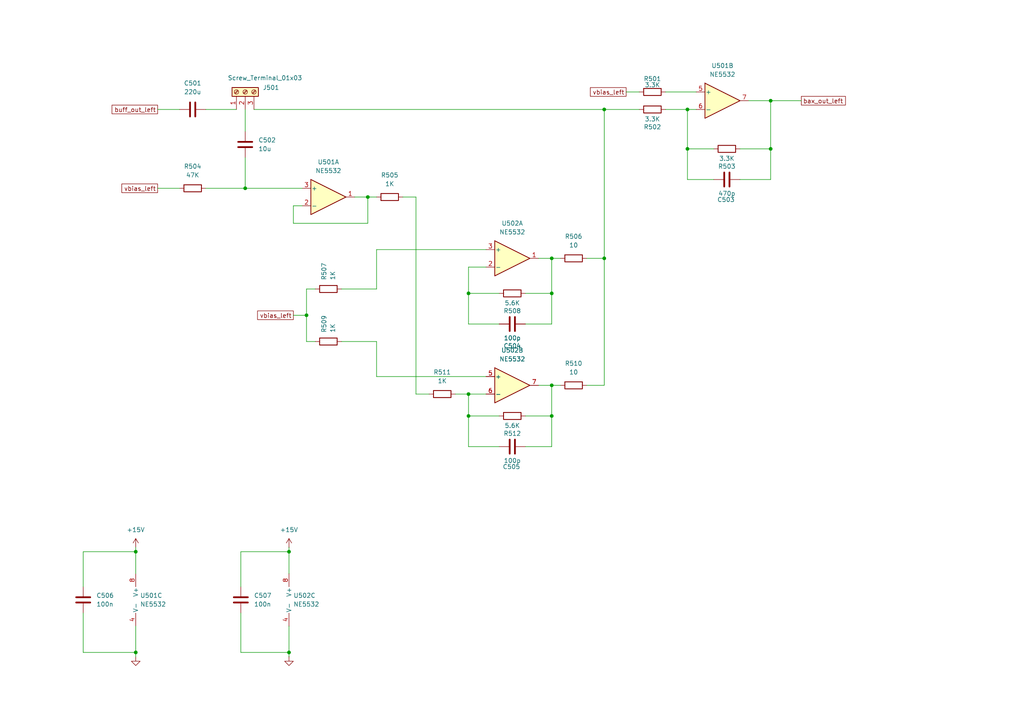
<source format=kicad_sch>
(kicad_sch (version 20250114) (generator "eeschema") (generator_version "9.0")
  (paper "A4")
  (lib_symbols
    (symbol "Amplifier_Operational:NE5532" (pin_names (offset 0.127))
      (property "Reference" "U" (at 0 5.08 0))
      (property "Value" "NE5532" (at 0 -5.08 0))
      (symbol "NE5532_1_1"
        (polyline (pts (xy -5.08 5.08) (xy 5.08 0) (xy -5.08 -5.08) (xy -5.08 5.08)) (stroke (width 0.254)) (fill (type background)))
        (pin input line (at -7.62 2.54 0) (length 2.54) (name "+") (number "3"))
        (pin input line (at -7.62 -2.54 0) (length 2.54) (name "-") (number "2"))
        (pin output line (at 7.62 0 180) (length 2.54) (name "~") (number "1"))
      )
      (symbol "NE5532_2_1"
        (polyline (pts (xy -5.08 5.08) (xy 5.08 0) (xy -5.08 -5.08) (xy -5.08 5.08)) (stroke (width 0.254)) (fill (type background)))
        (pin input line (at -7.62 2.54 0) (length 2.54) (name "+") (number "5"))
        (pin input line (at -7.62 -2.54 0) (length 2.54) (name "-") (number "6"))
        (pin output line (at 7.62 0 180) (length 2.54) (name "~") (number "7"))
      )
      (symbol "NE5532_3_1"
        (pin power_in line (at -2.54 7.62 270) (length 3.81) (name "V+") (number "8"))
        (pin power_in line (at -2.54 -7.62 90) (length 3.81) (name "V-") (number "4"))
      )
    )
    (symbol "Connector:Screw_Terminal_01x03" (pin_names (offset 1.016) (hide yes))
      (property "Reference" "J" (at 0 5.08 0))
      (property "Value" "Screw_Terminal_01x03" (at 0 -5.08 0))
      (symbol "Screw_Terminal_01x03_1_1"
        (rectangle (start -1.27 3.81) (end 1.27 -3.81) (stroke (width 0.254)) (fill (type background)))
        (polyline (pts (xy -0.5334 2.8702) (xy 0.3302 2.032)) (stroke (width 0.1524)))
        (polyline (pts (xy -0.5334 0.3302) (xy 0.3302 -0.508)) (stroke (width 0.1524)))
        (polyline (pts (xy -0.5334 -2.2098) (xy 0.3302 -3.048)) (stroke (width 0.1524)))
        (polyline (pts (xy -0.3556 3.048) (xy 0.508 2.2098)) (stroke (width 0.1524)))
        (polyline (pts (xy -0.3556 0.508) (xy 0.508 -0.3302)) (stroke (width 0.1524)))
        (polyline (pts (xy -0.3556 -2.032) (xy 0.508 -2.8702)) (stroke (width 0.1524)))
        (circle (center 0 2.54) (radius 0.635) (stroke (width 0.1524)))
        (circle (center 0 0) (radius 0.635) (stroke (width 0.1524)))
        (circle (center 0 -2.54) (radius 0.635) (stroke (width 0.1524)))
        (pin passive line (at -5.08 2.54 0) (length 3.81) (name "Pin_1") (number "1"))
        (pin passive line (at -5.08 0 0) (length 3.81) (name "Pin_2") (number "2"))
        (pin passive line (at -5.08 -2.54 0) (length 3.81) (name "Pin_3") (number "3"))
      )
    )
    (symbol "Device:C" (pin_numbers (hide yes)) (pin_names (offset 0.254))
      (property "Reference" "C" (at 0.635 2.54 0))
      (property "Value" "C" (at 0.635 -2.54 0))
      (symbol "C_0_1"
        (polyline (pts (xy -2.032 0.762) (xy 2.032 0.762)) (stroke (width 0.508)))
        (polyline (pts (xy -2.032 -0.762) (xy 2.032 -0.762)) (stroke (width 0.508)))
      )
      (symbol "C_1_1"
        (pin passive line (at 0 3.81 270) (length 2.794) (name "~") (number "1"))
        (pin passive line (at 0 -3.81 90) (length 2.794) (name "~") (number "2"))
      )
    )
    (symbol "Device:R" (pin_numbers (hide yes)) (pin_names (offset 0))
      (property "Reference" "R" (at 2.032 0 90))
      (property "Value" "R" (at 0 0 90))
      (symbol "R_0_1"
        (rectangle (start -1.016 -2.54) (end 1.016 2.54) (stroke (width 0.254)))
      )
      (symbol "R_1_1"
        (pin passive line (at 0 3.81 270) (length 1.27) (name "~") (number "1"))
        (pin passive line (at 0 -3.81 90) (length 1.27) (name "~") (number "2"))
      )
    )
    (symbol "power:+15V" (power) (pin_numbers (hide yes)) (pin_names (offset 0) (hide yes))
      (property "Value" "+15V" (at 0 3.556 0))
      (symbol "+15V_0_1"
        (polyline (pts (xy -0.762 1.27) (xy 0 2.54)))
        (polyline (pts (xy 0 2.54) (xy 0.762 1.27)))
        (polyline (pts (xy 0 0) (xy 0 2.54)))
      )
      (symbol "+15V_1_1"
        (pin power_in line (at 0 0 90) (length 0) (name "~") (number "1"))
      )
    )
    (symbol "power:GND" (power) (pin_numbers (hide yes)) (pin_names (offset 0) (hide yes))
      (property "Value" "GND" (at 0 -3.81 0))
      (symbol "GND_0_1"
        (polyline (pts (xy 0 0) (xy 0 -1.27) (xy 1.27 -1.27) (xy 0 -2.54) (xy -1.27 -1.27) (xy 0 -1.27)))
      )
      (symbol "GND_1_1"
        (pin power_in line (at 0 0 270) (length 0) (name "~") (number "1"))
      )
    )
  )
  (junction (at 106.68 57.15))
  (junction (at 199.39 43.18))
  (junction (at 135.89 85.09))
  (junction (at 71.12 54.61))
  (junction (at 160.02 74.93))
  (junction (at 88.9 91.44))
  (junction (at 223.52 43.18))
  (junction (at 199.39 31.75))
  (junction (at 39.37 189.23))
  (junction (at 135.89 114.3))
  (junction (at 160.02 120.65))
  (junction (at 135.89 120.65))
  (junction (at 175.26 74.93))
  (junction (at 160.02 85.09))
  (junction (at 223.52 29.21))
  (junction (at 83.82 160.02))
  (junction (at 39.37 160.02))
  (junction (at 175.26 31.75))
  (junction (at 83.82 189.23))
  (junction (at 160.02 111.76))
  (wire (pts (xy 83.82 181.61) (xy 83.82 189.23)))
  (wire (pts (xy 160.02 129.54) (xy 160.02 120.65)))
  (wire (pts (xy 71.12 54.61) (xy 87.63 54.61)))
  (wire (pts (xy 39.37 166.37) (xy 39.37 160.02)))
  (wire (pts (xy 170.18 74.93) (xy 175.26 74.93)))
  (wire (pts (xy 39.37 160.02) (xy 24.13 160.02)))
  (wire (pts (xy 152.4 85.09) (xy 160.02 85.09)))
  (wire (pts (xy 144.78 85.09) (xy 135.89 85.09)))
  (wire (pts (xy 199.39 31.75) (xy 201.93 31.75)))
  (wire (pts (xy 109.22 72.39) (xy 109.22 83.82)))
  (wire (pts (xy 88.9 83.82) (xy 88.9 91.44)))
  (wire (pts (xy 91.44 99.06) (xy 88.9 99.06)))
  (wire (pts (xy 152.4 120.65) (xy 160.02 120.65)))
  (wire (pts (xy 71.12 45.72) (xy 71.12 54.61)))
  (wire (pts (xy 135.89 77.47) (xy 140.97 77.47)))
  (wire (pts (xy 83.82 158.75) (xy 83.82 160.02)))
  (wire (pts (xy 39.37 181.61) (xy 39.37 189.23)))
  (wire (pts (xy 120.65 114.3) (xy 120.65 57.15)))
  (wire (pts (xy 160.02 74.93) (xy 162.56 74.93)))
  (wire (pts (xy 88.9 99.06) (xy 88.9 91.44)))
  (wire (pts (xy 135.89 85.09) (xy 135.89 77.47)))
  (wire (pts (xy 73.66 31.75) (xy 175.26 31.75)))
  (wire (pts (xy 71.12 54.61) (xy 59.69 54.61)))
  (wire (pts (xy 120.65 57.15) (xy 116.84 57.15)))
  (wire (pts (xy 85.09 64.77) (xy 106.68 64.77)))
  (wire (pts (xy 135.89 129.54) (xy 135.89 120.65)))
  (wire (pts (xy 214.63 43.18) (xy 223.52 43.18)))
  (wire (pts (xy 135.89 114.3) (xy 140.97 114.3)))
  (wire (pts (xy 124.46 114.3) (xy 120.65 114.3)))
  (wire (pts (xy 91.44 83.82) (xy 88.9 83.82)))
  (wire (pts (xy 140.97 109.22) (xy 109.22 109.22)))
  (wire (pts (xy 109.22 109.22) (xy 109.22 99.06)))
  (wire (pts (xy 85.09 59.69) (xy 85.09 64.77)))
  (wire (pts (xy 160.02 93.98) (xy 160.02 85.09)))
  (wire (pts (xy 160.02 111.76) (xy 156.21 111.76)))
  (wire (pts (xy 160.02 85.09) (xy 160.02 74.93)))
  (wire (pts (xy 144.78 93.98) (xy 135.89 93.98)))
  (wire (pts (xy 175.26 74.93) (xy 175.26 111.76)))
  (wire (pts (xy 24.13 160.02) (xy 24.13 170.18)))
  (wire (pts (xy 45.72 54.61) (xy 52.07 54.61)))
  (wire (pts (xy 39.37 189.23) (xy 39.37 190.5)))
  (wire (pts (xy 199.39 52.07) (xy 207.01 52.07)))
  (wire (pts (xy 135.89 120.65) (xy 135.89 114.3)))
  (wire (pts (xy 109.22 99.06) (xy 99.06 99.06)))
  (wire (pts (xy 135.89 93.98) (xy 135.89 85.09)))
  (wire (pts (xy 207.01 43.18) (xy 199.39 43.18)))
  (wire (pts (xy 223.52 52.07) (xy 223.52 43.18)))
  (wire (pts (xy 193.04 26.67) (xy 201.93 26.67)))
  (wire (pts (xy 223.52 43.18) (xy 223.52 29.21)))
  (wire (pts (xy 109.22 83.82) (xy 99.06 83.82)))
  (wire (pts (xy 181.61 26.67) (xy 185.42 26.67)))
  (wire (pts (xy 88.9 91.44) (xy 85.09 91.44)))
  (wire (pts (xy 193.04 31.75) (xy 199.39 31.75)))
  (wire (pts (xy 71.12 31.75) (xy 71.12 38.1)))
  (wire (pts (xy 106.68 57.15) (xy 109.22 57.15)))
  (wire (pts (xy 59.69 31.75) (xy 68.58 31.75)))
  (wire (pts (xy 83.82 166.37) (xy 83.82 160.02)))
  (wire (pts (xy 160.02 74.93) (xy 156.21 74.93)))
  (wire (pts (xy 45.72 31.75) (xy 52.07 31.75)))
  (wire (pts (xy 175.26 31.75) (xy 175.26 74.93)))
  (wire (pts (xy 152.4 129.54) (xy 160.02 129.54)))
  (wire (pts (xy 199.39 43.18) (xy 199.39 31.75)))
  (wire (pts (xy 175.26 31.75) (xy 185.42 31.75)))
  (wire (pts (xy 132.08 114.3) (xy 135.89 114.3)))
  (wire (pts (xy 39.37 158.75) (xy 39.37 160.02)))
  (wire (pts (xy 83.82 160.02) (xy 69.85 160.02)))
  (wire (pts (xy 223.52 29.21) (xy 217.17 29.21)))
  (wire (pts (xy 106.68 57.15) (xy 102.87 57.15)))
  (wire (pts (xy 83.82 189.23) (xy 69.85 189.23)))
  (wire (pts (xy 83.82 189.23) (xy 83.82 190.5)))
  (wire (pts (xy 223.52 29.21) (xy 232.41 29.21)))
  (wire (pts (xy 214.63 52.07) (xy 223.52 52.07)))
  (wire (pts (xy 69.85 160.02) (xy 69.85 170.18)))
  (wire (pts (xy 144.78 120.65) (xy 135.89 120.65)))
  (wire (pts (xy 144.78 129.54) (xy 135.89 129.54)))
  (wire (pts (xy 160.02 120.65) (xy 160.02 111.76)))
  (wire (pts (xy 87.63 59.69) (xy 85.09 59.69)))
  (wire (pts (xy 69.85 189.23) (xy 69.85 177.8)))
  (wire (pts (xy 39.37 189.23) (xy 24.13 189.23)))
  (wire (pts (xy 24.13 189.23) (xy 24.13 177.8)))
  (wire (pts (xy 160.02 111.76) (xy 162.56 111.76)))
  (wire (pts (xy 175.26 111.76) (xy 170.18 111.76)))
  (wire (pts (xy 199.39 52.07) (xy 199.39 43.18)))
  (wire (pts (xy 140.97 72.39) (xy 109.22 72.39)))
  (wire (pts (xy 152.4 93.98) (xy 160.02 93.98)))
  (wire (pts (xy 106.68 64.77) (xy 106.68 57.15)))
  (global_label "vbias_left" (shape passive) (at 181.61 26.67 180) (property "Intersheetrefs" "${INTERSHEET_REFS}" (effects (hide yes))))
  (global_label "vbias_left" (shape passive) (at 45.72 54.61 180) (property "Intersheetrefs" "${INTERSHEET_REFS}" (effects (hide yes))))
  (global_label "bax_out_left" (shape passive) (at 232.41 29.21 0) (property "Intersheetrefs" "${INTERSHEET_REFS}" (effects (hide yes))))
  (global_label "buff_out_left" (shape passive) (at 45.72 31.75 180) (property "Intersheetrefs" "${INTERSHEET_REFS}" (effects (hide yes))))
  (global_label "vbias_left" (shape passive) (at 85.09 91.44 180) (property "Intersheetrefs" "${INTERSHEET_REFS}" (effects (hide yes))))
  (symbol (lib_id "Amplifier_Operational:NE5532") (at 209.55 29.21 0) (unit 2)
    (property "Reference" "U501" (at 209.55 19.05 0))
    (property "Value" "NE5532" (at 209.55 21.59 0))
    (property "Footprint" "Package_SO:SOIC-8_3.9x4.9mm_P1.27mm" (effects (hide yes)))
    (property "Datasheet" "http://www.ti.com/lit/ds/symlink/ne5532.pdf" (effects (hide yes)))
    (property "Description" "Dual Low-Noise Operational Amplifiers, DIP-8/SOIC-8" (effects (hide yes)))
  )
  (symbol (lib_id "Device:C") (at 55.88 31.75 90) (unit 1)
    (property "Reference" "C501" (at 55.88 24.13 90))
    (property "Value" "220u" (at 55.88 26.67 90))
    (property "Footprint" "Capacitor_SMD:C_0805_2012Metric" (effects (hide yes)))
    (property "Description" "Unpolarized capacitor" (effects (hide yes)))
  )
  (symbol (lib_id "Device:R") (at 55.88 54.61 90) (unit 1)
    (property "Reference" "R504" (at 55.88 48.26 90))
    (property "Value" "47K" (at 55.88 50.8 90))
    (property "Footprint" "Resistor_SMD:R_0805_2012Metric" (effects (hide yes)))
    (property "Description" "Resistor" (effects (hide yes)))
  )
  (symbol (lib_id "Amplifier_Operational:NE5532") (at 86.36 173.99 0) (unit 3)
    (property "Reference" "U502" (at 85.09 172.7199 0) (effects (justify left)))
    (property "Value" "NE5532" (at 85.09 175.2599 0) (effects (justify left)))
    (property "Footprint" "Package_SO:SOIC-8_3.9x4.9mm_P1.27mm" (effects (hide yes)))
    (property "Datasheet" "http://www.ti.com/lit/ds/symlink/ne5532.pdf" (effects (hide yes)))
    (property "Description" "Dual Low-Noise Operational Amplifiers, DIP-8/SOIC-8" (effects (hide yes)))
  )
  (symbol (lib_id "Amplifier_Operational:NE5532") (at 95.25 57.15 0) (unit 1)
    (property "Reference" "U501" (at 95.25 46.99 0))
    (property "Value" "NE5532" (at 95.25 49.53 0))
    (property "Footprint" "Package_SO:SOIC-8_3.9x4.9mm_P1.27mm" (effects (hide yes)))
    (property "Datasheet" "http://www.ti.com/lit/ds/symlink/ne5532.pdf" (effects (hide yes)))
    (property "Description" "Dual Low-Noise Operational Amplifiers, DIP-8/SOIC-8" (effects (hide yes)))
  )
  (symbol (lib_id "Connector:Screw_Terminal_01x03") (at 71.12 26.67 90) (unit 1)
    (property "Reference" "J501" (at 76.2 25.3999 90) (effects (justify right)))
    (property "Value" "Screw_Terminal_01x03" (at 66.04 22.606 90) (effects (justify right)))
    (property "Footprint" "TerminalBlock:TerminalBlock_Altech_AK300-3_P5.00mm" (effects (hide yes)))
    (property "Description" "Generic screw terminal, single row, 01x03, script generated (kicad-library-utils/schlib/autogen/connector/)" (effects (hide yes)))
  )
  (symbol (lib_id "Device:R") (at 189.23 26.67 90) (unit 1)
    (property "Reference" "R501" (at 189.23 22.86 90))
    (property "Value" "3.3K" (at 189.23 24.638 90))
    (property "Footprint" "Resistor_SMD:R_0805_2012Metric" (effects (hide yes)))
    (property "Description" "Resistor" (effects (hide yes)))
  )
  (symbol (lib_id "Device:R") (at 148.59 120.65 90) (unit 1)
    (property "Reference" "R512" (at 148.59 125.73 90))
    (property "Value" "5.6K" (at 148.59 123.444 90))
    (property "Footprint" "Resistor_SMD:R_0805_2012Metric" (effects (hide yes)))
    (property "Description" "Resistor" (effects (hide yes)))
  )
  (symbol (lib_id "Amplifier_Operational:NE5532") (at 41.91 173.99 0) (unit 3)
    (property "Reference" "U501" (at 40.64 172.7199 0) (effects (justify left)))
    (property "Value" "NE5532" (at 40.64 175.2599 0) (effects (justify left)))
    (property "Footprint" "Package_SO:SOIC-8_3.9x4.9mm_P1.27mm" (effects (hide yes)))
    (property "Datasheet" "http://www.ti.com/lit/ds/symlink/ne5532.pdf" (effects (hide yes)))
    (property "Description" "Dual Low-Noise Operational Amplifiers, DIP-8/SOIC-8" (effects (hide yes)))
  )
  (symbol (lib_id "Device:R") (at 128.27 114.3 270) (unit 1)
    (property "Reference" "R511" (at 128.27 107.95 90))
    (property "Value" "1K" (at 128.27 110.49 90))
    (property "Footprint" "Resistor_SMD:R_0805_2012Metric" (effects (hide yes)))
    (property "Description" "Resistor" (effects (hide yes)))
  )
  (symbol (lib_id "power:GND") (at 39.37 190.5 0) (unit 1)
    (property "Reference" "#PWR0503" (effects (hide yes)))
    (property "Value" "GND" (effects (hide yes)))
    (property "Description" "Power symbol creates a global label with name \"GND\" , ground" (effects (hide yes)))
  )
  (symbol (lib_id "Device:R") (at 95.25 83.82 270) (unit 1)
    (property "Reference" "R507" (at 93.9799 81.28 0) (effects (justify right)))
    (property "Value" "1K" (at 96.5199 81.28 0) (effects (justify right)))
    (property "Footprint" "Resistor_SMD:R_0805_2012Metric" (effects (hide yes)))
    (property "Description" "Resistor" (effects (hide yes)))
  )
  (symbol (lib_id "Device:R") (at 95.25 99.06 270) (unit 1)
    (property "Reference" "R509" (at 93.9799 96.52 0) (effects (justify right)))
    (property "Value" "1K" (at 96.5199 96.52 0) (effects (justify right)))
    (property "Footprint" "Resistor_SMD:R_0805_2012Metric" (effects (hide yes)))
    (property "Description" "Resistor" (effects (hide yes)))
  )
  (symbol (lib_id "power:+15V") (at 39.37 158.75 0) (unit 1)
    (property "Reference" "#PWR0501" (effects (hide yes)))
    (property "Value" "+15V" (at 39.37 153.67 0))
    (property "Description" "Power symbol creates a global label with name \"+15V\"" (effects (hide yes)))
  )
  (symbol (lib_id "Device:C") (at 210.82 52.07 90) (unit 1)
    (property "Reference" "C503" (at 210.566 57.912 90))
    (property "Value" "470p" (at 210.82 56.134 90))
    (property "Footprint" "Capacitor_SMD:C_0805_2012Metric" (effects (hide yes)))
    (property "Description" "Unpolarized capacitor" (effects (hide yes)))
  )
  (symbol (lib_id "power:GND") (at 83.82 190.5 0) (unit 1)
    (property "Reference" "#PWR0504" (effects (hide yes)))
    (property "Value" "GND" (effects (hide yes)))
    (property "Description" "Power symbol creates a global label with name \"GND\" , ground" (effects (hide yes)))
  )
  (symbol (lib_id "Device:R") (at 166.37 111.76 90) (unit 1)
    (property "Reference" "R510" (at 166.37 105.41 90))
    (property "Value" "10" (at 166.37 107.95 90))
    (property "Footprint" "Resistor_SMD:R_0805_2012Metric" (effects (hide yes)))
    (property "Description" "Resistor" (effects (hide yes)))
  )
  (symbol (lib_id "power:+15V") (at 83.82 158.75 0) (unit 1)
    (property "Reference" "#PWR0502" (effects (hide yes)))
    (property "Value" "+15V" (at 83.82 153.67 0))
    (property "Description" "Power symbol creates a global label with name \"+15V\"" (effects (hide yes)))
  )
  (symbol (lib_id "Device:C") (at 71.12 41.91 180) (unit 1)
    (property "Reference" "C502" (at 74.93 40.6399 0) (effects (justify right)))
    (property "Value" "10u" (at 74.93 43.1799 0) (effects (justify right)))
    (property "Footprint" "Capacitor_SMD:C_0805_2012Metric" (effects (hide yes)))
    (property "Description" "Unpolarized capacitor" (effects (hide yes)))
  )
  (symbol (lib_id "Device:C") (at 24.13 173.99 0) (unit 1)
    (property "Reference" "C506" (at 27.94 172.7199 0) (effects (justify left)))
    (property "Value" "100n" (at 27.94 175.2599 0) (effects (justify left)))
    (property "Footprint" "Capacitor_SMD:C_0805_2012Metric" (effects (hide yes)))
    (property "Description" "Unpolarized capacitor" (effects (hide yes)))
  )
  (symbol (lib_id "Device:C") (at 148.59 129.54 90) (unit 1)
    (property "Reference" "C505" (at 148.336 135.382 90))
    (property "Value" "100p" (at 148.59 133.604 90))
    (property "Footprint" "Capacitor_SMD:C_0805_2012Metric" (effects (hide yes)))
    (property "Description" "Unpolarized capacitor" (effects (hide yes)))
  )
  (symbol (lib_id "Device:C") (at 148.59 93.98 90) (unit 1)
    (property "Reference" "C504" (at 148.59 100.33 90))
    (property "Value" "100p" (at 148.59 98.044 90))
    (property "Footprint" "Capacitor_SMD:C_0805_2012Metric" (effects (hide yes)))
    (property "Description" "Unpolarized capacitor" (effects (hide yes)))
  )
  (symbol (lib_id "Amplifier_Operational:NE5532") (at 148.59 111.76 0) (unit 2)
    (property "Reference" "U502" (at 148.59 101.6 0))
    (property "Value" "NE5532" (at 148.59 104.14 0))
    (property "Footprint" "Package_SO:SOIC-8_3.9x4.9mm_P1.27mm" (effects (hide yes)))
    (property "Datasheet" "http://www.ti.com/lit/ds/symlink/ne5532.pdf" (effects (hide yes)))
    (property "Description" "Dual Low-Noise Operational Amplifiers, DIP-8/SOIC-8" (effects (hide yes)))
  )
  (symbol (lib_id "Amplifier_Operational:NE5532") (at 148.59 74.93 0) (unit 1)
    (property "Reference" "U502" (at 148.59 64.77 0))
    (property "Value" "NE5532" (at 148.59 67.31 0))
    (property "Footprint" "Package_SO:SOIC-8_3.9x4.9mm_P1.27mm" (effects (hide yes)))
    (property "Datasheet" "http://www.ti.com/lit/ds/symlink/ne5532.pdf" (effects (hide yes)))
    (property "Description" "Dual Low-Noise Operational Amplifiers, DIP-8/SOIC-8" (effects (hide yes)))
  )
  (symbol (lib_id "Device:R") (at 148.59 85.09 90) (unit 1)
    (property "Reference" "R508" (at 148.59 90.17 90))
    (property "Value" "5.6K" (at 148.59 87.884 90))
    (property "Footprint" "Resistor_SMD:R_0805_2012Metric" (effects (hide yes)))
    (property "Description" "Resistor" (effects (hide yes)))
  )
  (symbol (lib_id "Device:C") (at 69.85 173.99 0) (unit 1)
    (property "Reference" "C507" (at 73.66 172.7199 0) (effects (justify left)))
    (property "Value" "100n" (at 73.66 175.2599 0) (effects (justify left)))
    (property "Footprint" "Capacitor_SMD:C_0805_2012Metric" (effects (hide yes)))
    (property "Description" "Unpolarized capacitor" (effects (hide yes)))
  )
  (symbol (lib_id "Device:R") (at 113.03 57.15 270) (unit 1)
    (property "Reference" "R505" (at 113.03 50.8 90))
    (property "Value" "1K" (at 113.03 53.34 90))
    (property "Footprint" "Resistor_SMD:R_0805_2012Metric" (effects (hide yes)))
    (property "Description" "Resistor" (effects (hide yes)))
  )
  (symbol (lib_id "Device:R") (at 189.23 31.75 90) (unit 1)
    (property "Reference" "R502" (at 189.23 36.83 90))
    (property "Value" "3.3K" (at 189.23 34.544 90))
    (property "Footprint" "Resistor_SMD:R_0805_2012Metric" (effects (hide yes)))
    (property "Description" "Resistor" (effects (hide yes)))
  )
  (symbol (lib_id "Device:R") (at 210.82 43.18 90) (unit 1)
    (property "Reference" "R503" (at 210.82 48.26 90))
    (property "Value" "3.3K" (at 210.82 45.974 90))
    (property "Footprint" "Resistor_SMD:R_0805_2012Metric" (effects (hide yes)))
    (property "Description" "Resistor" (effects (hide yes)))
  )
  (symbol (lib_id "Device:R") (at 166.37 74.93 90) (unit 1)
    (property "Reference" "R506" (at 166.37 68.58 90))
    (property "Value" "10" (at 166.37 71.12 90))
    (property "Footprint" "Resistor_SMD:R_0805_2012Metric" (effects (hide yes)))
    (property "Description" "Resistor" (effects (hide yes)))
  )
)
</source>
